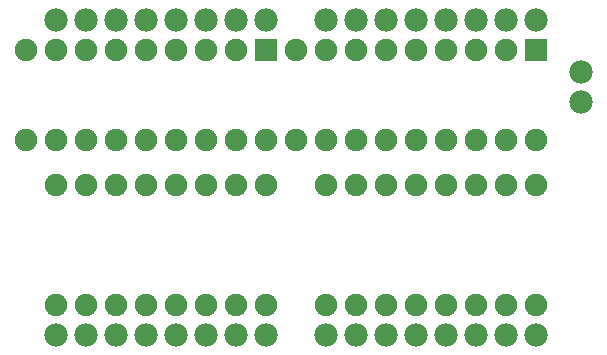
<source format=gbl>
G04 MADE WITH FRITZING*
G04 WWW.FRITZING.ORG*
G04 DOUBLE SIDED*
G04 HOLES PLATED*
G04 CONTOUR ON CENTER OF CONTOUR VECTOR*
%ASAXBY*%
%FSLAX23Y23*%
%MOIN*%
%OFA0B0*%
%SFA1.0B1.0*%
%ADD10C,0.075000*%
%ADD11C,0.078000*%
%ADD12R,0.075000X0.075000*%
%LNCOPPER0*%
G90*
G70*
G54D10*
X938Y1202D03*
X938Y902D03*
X838Y1202D03*
X838Y902D03*
X738Y1202D03*
X738Y902D03*
X638Y1202D03*
X638Y902D03*
X538Y1202D03*
X538Y902D03*
X438Y1202D03*
X438Y902D03*
X338Y1202D03*
X338Y902D03*
X238Y1202D03*
X238Y902D03*
X138Y1202D03*
X138Y902D03*
X1838Y1202D03*
X1838Y902D03*
X1738Y1202D03*
X1738Y902D03*
X1638Y1202D03*
X1638Y902D03*
X1538Y1202D03*
X1538Y902D03*
X1438Y1202D03*
X1438Y902D03*
X1338Y1202D03*
X1338Y902D03*
X1238Y1202D03*
X1238Y902D03*
X1138Y1202D03*
X1138Y902D03*
X1038Y1202D03*
X1038Y902D03*
X838Y352D03*
X838Y752D03*
X938Y352D03*
X938Y752D03*
X738Y352D03*
X738Y752D03*
X638Y352D03*
X638Y752D03*
X538Y352D03*
X538Y752D03*
X438Y352D03*
X438Y752D03*
X1138Y352D03*
X1138Y752D03*
X1238Y352D03*
X1238Y752D03*
X1838Y352D03*
X1838Y752D03*
X1738Y352D03*
X1738Y752D03*
X338Y352D03*
X338Y752D03*
X1638Y352D03*
X1638Y752D03*
X1438Y352D03*
X1438Y752D03*
X1338Y352D03*
X1338Y752D03*
X1538Y352D03*
X1538Y752D03*
X238Y352D03*
X238Y752D03*
G54D11*
X1338Y252D03*
X1438Y252D03*
X1138Y252D03*
X1238Y252D03*
X1538Y252D03*
X1638Y252D03*
X838Y252D03*
X938Y252D03*
X438Y252D03*
X538Y252D03*
X238Y252D03*
X338Y252D03*
X638Y252D03*
X738Y252D03*
X1738Y252D03*
X1838Y252D03*
X1738Y1302D03*
X1838Y1302D03*
X1538Y1302D03*
X1638Y1302D03*
X1338Y1302D03*
X1438Y1302D03*
X1138Y1302D03*
X1238Y1302D03*
X238Y1302D03*
X338Y1302D03*
X438Y1302D03*
X538Y1302D03*
X638Y1302D03*
X738Y1302D03*
X838Y1302D03*
X938Y1302D03*
X1988Y1127D03*
X1988Y1027D03*
G54D12*
X938Y1202D03*
X1838Y1202D03*
G04 End of Copper0*
M02*
</source>
